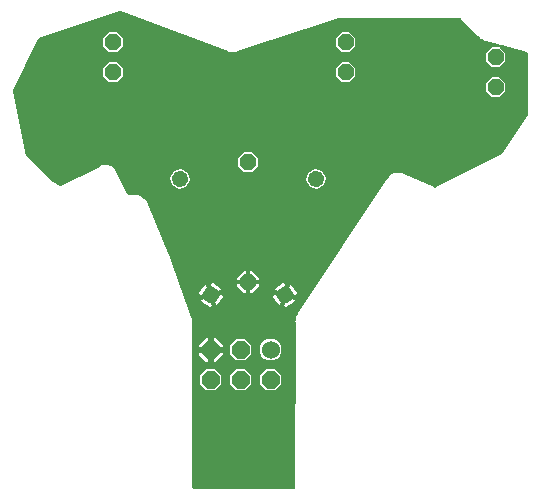
<source format=gbr>
G04 EAGLE Gerber RS-274X export*
G75*
%MOMM*%
%FSLAX34Y34*%
%LPD*%
%INTop Copper*%
%IPPOS*%
%AMOC8*
5,1,8,0,0,1.08239X$1,22.5*%
G01*
%ADD10P,1.429621X8X112.500000*%
%ADD11P,1.429621X8X97.500000*%
%ADD12P,1.429621X8X127.500000*%
%ADD13P,1.429621X8X292.500000*%
%ADD14C,1.524000*%
%ADD15P,1.649562X8X202.500000*%

G36*
X248252Y8894D02*
X248252Y8894D01*
X248278Y8892D01*
X248426Y8914D01*
X248574Y8931D01*
X248597Y8939D01*
X248622Y8943D01*
X248761Y8998D01*
X248902Y9048D01*
X248923Y9062D01*
X248946Y9071D01*
X249069Y9156D01*
X249194Y9237D01*
X249212Y9255D01*
X249233Y9270D01*
X249333Y9380D01*
X249437Y9488D01*
X249450Y9509D01*
X249467Y9528D01*
X249539Y9659D01*
X249616Y9787D01*
X249623Y9811D01*
X249635Y9833D01*
X249676Y9977D01*
X249722Y10119D01*
X249724Y10144D01*
X249731Y10168D01*
X249751Y10412D01*
X249934Y149958D01*
X249930Y149989D01*
X249933Y150021D01*
X249903Y150264D01*
X249736Y151082D01*
X249909Y151971D01*
X249911Y151994D01*
X249917Y152016D01*
X249937Y152259D01*
X249938Y153164D01*
X250259Y153936D01*
X250267Y153966D01*
X250282Y153995D01*
X250347Y154230D01*
X250507Y155050D01*
X251006Y155805D01*
X251016Y155826D01*
X251030Y155843D01*
X251100Y155979D01*
X251124Y156019D01*
X251130Y156036D01*
X251142Y156061D01*
X251490Y156897D01*
X252081Y157487D01*
X252101Y157512D01*
X252125Y157532D01*
X252276Y157725D01*
X327536Y271491D01*
X327538Y271495D01*
X327541Y271498D01*
X327658Y271713D01*
X328081Y272667D01*
X328586Y273148D01*
X328618Y273186D01*
X328656Y273218D01*
X328807Y273411D01*
X329191Y273992D01*
X330056Y274575D01*
X330059Y274578D01*
X330064Y274581D01*
X330254Y274734D01*
X331010Y275454D01*
X331660Y275704D01*
X331704Y275727D01*
X331751Y275743D01*
X331964Y275863D01*
X332541Y276253D01*
X333564Y276461D01*
X333568Y276463D01*
X333573Y276463D01*
X333808Y276532D01*
X334781Y276908D01*
X335478Y276890D01*
X335527Y276895D01*
X335577Y276891D01*
X335820Y276921D01*
X336502Y277060D01*
X337527Y276861D01*
X337531Y276860D01*
X337536Y276859D01*
X337779Y276833D01*
X338822Y276808D01*
X339459Y276525D01*
X339507Y276510D01*
X339551Y276488D01*
X339786Y276422D01*
X340470Y276289D01*
X341341Y275714D01*
X341345Y275712D01*
X341348Y275708D01*
X341563Y275592D01*
X367130Y264252D01*
X367154Y264244D01*
X367176Y264232D01*
X367320Y264192D01*
X367463Y264148D01*
X367488Y264146D01*
X367512Y264139D01*
X367661Y264133D01*
X367810Y264122D01*
X367835Y264126D01*
X367860Y264125D01*
X368007Y264153D01*
X368155Y264176D01*
X368178Y264185D01*
X368202Y264190D01*
X368429Y264282D01*
X424227Y292180D01*
X424309Y292234D01*
X424396Y292279D01*
X424455Y292329D01*
X424519Y292371D01*
X424587Y292442D01*
X424661Y292506D01*
X424726Y292587D01*
X424759Y292623D01*
X424777Y292652D01*
X424813Y292698D01*
X446529Y325273D01*
X446598Y325406D01*
X446671Y325538D01*
X446677Y325561D01*
X446688Y325583D01*
X446725Y325729D01*
X446766Y325874D01*
X446768Y325903D01*
X446773Y325921D01*
X446773Y325968D01*
X446785Y326118D01*
X446785Y377267D01*
X446767Y377429D01*
X446750Y377591D01*
X446747Y377602D01*
X446745Y377613D01*
X446690Y377766D01*
X446638Y377921D01*
X446632Y377930D01*
X446628Y377941D01*
X446540Y378078D01*
X446453Y378216D01*
X446445Y378224D01*
X446439Y378234D01*
X446322Y378347D01*
X446206Y378462D01*
X446196Y378468D01*
X446188Y378476D01*
X446048Y378560D01*
X445910Y378646D01*
X445897Y378650D01*
X445889Y378655D01*
X445858Y378665D01*
X445680Y378731D01*
X424500Y384783D01*
X424364Y384805D01*
X424230Y384834D01*
X424193Y384834D01*
X424156Y384840D01*
X424019Y384831D01*
X423881Y384828D01*
X423846Y384819D01*
X423808Y384817D01*
X423677Y384777D01*
X423543Y384743D01*
X423510Y384726D01*
X423475Y384716D01*
X423356Y384647D01*
X423234Y384584D01*
X423205Y384560D01*
X423173Y384541D01*
X423073Y384447D01*
X422968Y384358D01*
X422946Y384328D01*
X422919Y384303D01*
X422843Y384188D01*
X422761Y384078D01*
X422746Y384044D01*
X422726Y384013D01*
X422678Y383884D01*
X422623Y383758D01*
X422617Y383721D01*
X422604Y383686D01*
X422586Y383550D01*
X422561Y383415D01*
X422563Y383378D01*
X422559Y383341D01*
X422572Y383204D01*
X422579Y383066D01*
X422590Y383031D01*
X422593Y382994D01*
X422638Y382864D01*
X422676Y382732D01*
X422694Y382699D01*
X422706Y382664D01*
X422779Y382548D01*
X422846Y382427D01*
X422876Y382393D01*
X422891Y382369D01*
X422926Y382333D01*
X423005Y382241D01*
X427229Y378017D01*
X427229Y371283D01*
X422467Y366521D01*
X415733Y366521D01*
X410971Y371283D01*
X410971Y378017D01*
X415733Y382779D01*
X420639Y382779D01*
X420775Y382794D01*
X420912Y382803D01*
X420948Y382814D01*
X420985Y382819D01*
X421114Y382865D01*
X421245Y382905D01*
X421278Y382923D01*
X421313Y382936D01*
X421428Y383010D01*
X421547Y383079D01*
X421574Y383105D01*
X421606Y383125D01*
X421701Y383224D01*
X421801Y383318D01*
X421822Y383349D01*
X421848Y383376D01*
X421919Y383494D01*
X421995Y383608D01*
X422008Y383643D01*
X422027Y383675D01*
X422069Y383805D01*
X422117Y383934D01*
X422122Y383971D01*
X422133Y384007D01*
X422144Y384143D01*
X422162Y384280D01*
X422158Y384317D01*
X422161Y384354D01*
X422141Y384490D01*
X422127Y384626D01*
X422115Y384662D01*
X422109Y384699D01*
X422059Y384826D01*
X422014Y384956D01*
X421995Y384988D01*
X421981Y385023D01*
X421903Y385135D01*
X421830Y385252D01*
X421803Y385278D01*
X421782Y385309D01*
X421680Y385401D01*
X421583Y385498D01*
X421551Y385517D01*
X421523Y385542D01*
X421403Y385609D01*
X421286Y385681D01*
X421243Y385697D01*
X421218Y385711D01*
X421170Y385724D01*
X421057Y385767D01*
X411278Y388561D01*
X411190Y388575D01*
X411103Y388600D01*
X410983Y388609D01*
X410934Y388617D01*
X410906Y388616D01*
X410860Y388619D01*
X410475Y388619D01*
X409226Y389137D01*
X409178Y389150D01*
X409061Y389194D01*
X407761Y389565D01*
X407460Y389805D01*
X407384Y389852D01*
X407314Y389908D01*
X407207Y389962D01*
X407164Y389989D01*
X407137Y389998D01*
X407096Y390019D01*
X406740Y390166D01*
X405784Y391122D01*
X405745Y391153D01*
X405654Y391238D01*
X404595Y392079D01*
X404409Y392415D01*
X404356Y392488D01*
X404313Y392566D01*
X404235Y392657D01*
X404206Y392698D01*
X404184Y392717D01*
X404154Y392752D01*
X389683Y407223D01*
X389584Y407302D01*
X389491Y407386D01*
X389448Y407410D01*
X389410Y407440D01*
X389296Y407494D01*
X389186Y407555D01*
X389139Y407568D01*
X389095Y407589D01*
X388972Y407615D01*
X388850Y407650D01*
X388789Y407655D01*
X388755Y407662D01*
X388707Y407661D01*
X388606Y407669D01*
X287335Y407669D01*
X287221Y407656D01*
X287105Y407652D01*
X287031Y407634D01*
X286989Y407629D01*
X286948Y407615D01*
X286867Y407596D01*
X200389Y379677D01*
X200343Y379657D01*
X200218Y379610D01*
X199023Y379058D01*
X198602Y379042D01*
X198518Y379028D01*
X198433Y379025D01*
X198346Y379005D01*
X198310Y379001D01*
X198287Y378992D01*
X198258Y378988D01*
X198234Y378978D01*
X198195Y378969D01*
X197794Y378840D01*
X196483Y378945D01*
X196433Y378944D01*
X196299Y378949D01*
X194984Y378896D01*
X194589Y379042D01*
X194506Y379062D01*
X194426Y379092D01*
X194298Y379112D01*
X194250Y379124D01*
X194225Y379124D01*
X194185Y379131D01*
X193765Y379165D01*
X192594Y379764D01*
X192547Y379782D01*
X192426Y379838D01*
X101681Y413230D01*
X101640Y413240D01*
X101602Y413257D01*
X101471Y413281D01*
X101342Y413312D01*
X101300Y413312D01*
X101259Y413320D01*
X101126Y413314D01*
X100994Y413315D01*
X100953Y413306D01*
X100911Y413304D01*
X100673Y413245D01*
X32950Y390671D01*
X32836Y390618D01*
X32718Y390572D01*
X32678Y390544D01*
X32635Y390524D01*
X32535Y390446D01*
X32431Y390374D01*
X32398Y390338D01*
X32360Y390309D01*
X32281Y390210D01*
X32196Y390117D01*
X32165Y390065D01*
X32142Y390037D01*
X32122Y389993D01*
X32070Y389907D01*
X10650Y347067D01*
X10637Y347032D01*
X10618Y346999D01*
X10577Y346869D01*
X10531Y346740D01*
X10526Y346702D01*
X10515Y346666D01*
X10505Y346530D01*
X10489Y346394D01*
X10493Y346356D01*
X10490Y346318D01*
X10521Y346076D01*
X21937Y291235D01*
X21982Y291098D01*
X22022Y290959D01*
X22037Y290933D01*
X22046Y290904D01*
X22122Y290781D01*
X22192Y290655D01*
X22216Y290627D01*
X22228Y290607D01*
X22263Y290572D01*
X22351Y290469D01*
X43944Y268875D01*
X44040Y268799D01*
X44131Y268717D01*
X44187Y268682D01*
X44217Y268659D01*
X44259Y268639D01*
X44340Y268590D01*
X50119Y265701D01*
X50175Y265680D01*
X50228Y265651D01*
X50338Y265621D01*
X50446Y265581D01*
X50506Y265574D01*
X50564Y265558D01*
X50678Y265554D01*
X50792Y265540D01*
X50852Y265546D01*
X50912Y265544D01*
X51025Y265565D01*
X51139Y265578D01*
X51195Y265598D01*
X51254Y265609D01*
X51443Y265685D01*
X51467Y265694D01*
X51473Y265697D01*
X51481Y265701D01*
X82277Y281099D01*
X86164Y283042D01*
X90196Y283328D01*
X94031Y282050D01*
X97084Y279402D01*
X107459Y258653D01*
X107471Y258634D01*
X107479Y258613D01*
X107566Y258489D01*
X107649Y258361D01*
X107665Y258345D01*
X107678Y258327D01*
X107791Y258225D01*
X107901Y258120D01*
X107920Y258109D01*
X107937Y258094D01*
X108070Y258020D01*
X108201Y257943D01*
X108222Y257936D01*
X108242Y257925D01*
X108389Y257884D01*
X108533Y257838D01*
X108556Y257836D01*
X108577Y257830D01*
X108821Y257811D01*
X114229Y257811D01*
X114237Y257812D01*
X114248Y257811D01*
X116261Y257835D01*
X118122Y257065D01*
X118129Y257063D01*
X118139Y257058D01*
X120010Y256309D01*
X121434Y254885D01*
X121440Y254881D01*
X121447Y254872D01*
X122889Y253465D01*
X123660Y251604D01*
X123664Y251597D01*
X123667Y251587D01*
X141913Y209014D01*
X141978Y208900D01*
X142037Y208781D01*
X142070Y208739D01*
X142086Y208712D01*
X142120Y208675D01*
X142187Y208588D01*
X142221Y208551D01*
X142791Y206971D01*
X142806Y206941D01*
X142824Y206888D01*
X143485Y205345D01*
X143486Y205295D01*
X143503Y205164D01*
X143512Y205032D01*
X143526Y204981D01*
X143530Y204949D01*
X143547Y204903D01*
X143576Y204796D01*
X161611Y154834D01*
X161623Y154810D01*
X161637Y154769D01*
X162310Y153142D01*
X162323Y153034D01*
X162333Y152893D01*
X162344Y152854D01*
X162347Y152828D01*
X162363Y152781D01*
X162390Y152685D01*
X162308Y150930D01*
X162310Y150903D01*
X162307Y150860D01*
X162307Y10414D01*
X162310Y10388D01*
X162308Y10362D01*
X162330Y10215D01*
X162347Y10068D01*
X162355Y10043D01*
X162359Y10017D01*
X162414Y9879D01*
X162464Y9740D01*
X162478Y9718D01*
X162488Y9693D01*
X162573Y9572D01*
X162653Y9447D01*
X162672Y9429D01*
X162687Y9407D01*
X162797Y9308D01*
X162904Y9205D01*
X162926Y9191D01*
X162946Y9174D01*
X163076Y9102D01*
X163203Y9026D01*
X163228Y9018D01*
X163251Y9005D01*
X163394Y8965D01*
X163535Y8920D01*
X163561Y8918D01*
X163586Y8910D01*
X163830Y8891D01*
X248227Y8891D01*
X248252Y8894D01*
G37*
%LPC*%
G36*
X199412Y117855D02*
X199412Y117855D01*
X194055Y123212D01*
X194055Y130788D01*
X199412Y136145D01*
X206988Y136145D01*
X212345Y130788D01*
X212345Y123212D01*
X206988Y117855D01*
X199412Y117855D01*
G37*
%LPD*%
%LPC*%
G36*
X224812Y92455D02*
X224812Y92455D01*
X219455Y97812D01*
X219455Y105388D01*
X224812Y110745D01*
X232388Y110745D01*
X237745Y105388D01*
X237745Y97812D01*
X232388Y92455D01*
X224812Y92455D01*
G37*
%LPD*%
%LPC*%
G36*
X199412Y92455D02*
X199412Y92455D01*
X194055Y97812D01*
X194055Y105388D01*
X199412Y110745D01*
X206988Y110745D01*
X212345Y105388D01*
X212345Y97812D01*
X206988Y92455D01*
X199412Y92455D01*
G37*
%LPD*%
%LPC*%
G36*
X174012Y92455D02*
X174012Y92455D01*
X168655Y97812D01*
X168655Y105388D01*
X174012Y110745D01*
X181588Y110745D01*
X186945Y105388D01*
X186945Y97812D01*
X181588Y92455D01*
X174012Y92455D01*
G37*
%LPD*%
%LPC*%
G36*
X226781Y117855D02*
X226781Y117855D01*
X223420Y119248D01*
X220848Y121820D01*
X219455Y125181D01*
X219455Y128819D01*
X220848Y132180D01*
X223420Y134752D01*
X226781Y136145D01*
X230419Y136145D01*
X233780Y134752D01*
X236352Y132180D01*
X237745Y128819D01*
X237745Y125181D01*
X236352Y121820D01*
X233780Y119248D01*
X230419Y117855D01*
X226781Y117855D01*
G37*
%LPD*%
%LPC*%
G36*
X288733Y379221D02*
X288733Y379221D01*
X283971Y383983D01*
X283971Y390717D01*
X288733Y395479D01*
X295467Y395479D01*
X300229Y390717D01*
X300229Y383983D01*
X295467Y379221D01*
X288733Y379221D01*
G37*
%LPD*%
%LPC*%
G36*
X91883Y379221D02*
X91883Y379221D01*
X87121Y383983D01*
X87121Y390717D01*
X91883Y395479D01*
X98617Y395479D01*
X103379Y390717D01*
X103379Y383983D01*
X98617Y379221D01*
X91883Y379221D01*
G37*
%LPD*%
%LPC*%
G36*
X288733Y353821D02*
X288733Y353821D01*
X283971Y358583D01*
X283971Y365317D01*
X288733Y370079D01*
X295467Y370079D01*
X300229Y365317D01*
X300229Y358583D01*
X295467Y353821D01*
X288733Y353821D01*
G37*
%LPD*%
%LPC*%
G36*
X91883Y353821D02*
X91883Y353821D01*
X87121Y358583D01*
X87121Y365317D01*
X91883Y370079D01*
X98617Y370079D01*
X103379Y365317D01*
X103379Y358583D01*
X98617Y353821D01*
X91883Y353821D01*
G37*
%LPD*%
%LPC*%
G36*
X415733Y341121D02*
X415733Y341121D01*
X410971Y345883D01*
X410971Y352617D01*
X415733Y357379D01*
X422467Y357379D01*
X427229Y352617D01*
X427229Y345883D01*
X422467Y341121D01*
X415733Y341121D01*
G37*
%LPD*%
%LPC*%
G36*
X206183Y277621D02*
X206183Y277621D01*
X201421Y282383D01*
X201421Y289117D01*
X206183Y293879D01*
X212917Y293879D01*
X217679Y289117D01*
X217679Y282383D01*
X212917Y277621D01*
X206183Y277621D01*
G37*
%LPD*%
%LPC*%
G36*
X144972Y265963D02*
X144972Y265963D01*
X143229Y272467D01*
X146596Y278299D01*
X153100Y280042D01*
X158932Y276675D01*
X160675Y270171D01*
X157308Y264339D01*
X150804Y262596D01*
X144972Y265963D01*
G37*
%LPD*%
%LPC*%
G36*
X261792Y264339D02*
X261792Y264339D01*
X258425Y270171D01*
X260168Y276675D01*
X266000Y280042D01*
X272504Y278299D01*
X275871Y272467D01*
X274128Y265963D01*
X268296Y262596D01*
X261792Y264339D01*
G37*
%LPD*%
%LPC*%
G36*
X180339Y129539D02*
X180339Y129539D01*
X180339Y137161D01*
X182009Y137161D01*
X187961Y131209D01*
X187961Y129539D01*
X180339Y129539D01*
G37*
%LPD*%
%LPC*%
G36*
X167639Y129539D02*
X167639Y129539D01*
X167639Y131209D01*
X173591Y137161D01*
X175261Y137161D01*
X175261Y129539D01*
X167639Y129539D01*
G37*
%LPD*%
%LPC*%
G36*
X180339Y116839D02*
X180339Y116839D01*
X180339Y124461D01*
X187961Y124461D01*
X187961Y122791D01*
X182009Y116839D01*
X180339Y116839D01*
G37*
%LPD*%
%LPC*%
G36*
X173591Y116839D02*
X173591Y116839D01*
X167639Y122791D01*
X167639Y124461D01*
X175261Y124461D01*
X175261Y116839D01*
X173591Y116839D01*
G37*
%LPD*%
%LPC*%
G36*
X211581Y186181D02*
X211581Y186181D01*
X211581Y193295D01*
X213338Y193295D01*
X218695Y187938D01*
X218695Y186181D01*
X211581Y186181D01*
G37*
%LPD*%
%LPC*%
G36*
X243340Y174617D02*
X243340Y174617D01*
X245181Y181488D01*
X246878Y181034D01*
X250665Y174473D01*
X250211Y172776D01*
X243340Y174617D01*
G37*
%LPD*%
%LPC*%
G36*
X177843Y182540D02*
X177843Y182540D01*
X179540Y182994D01*
X186101Y179207D01*
X186130Y179098D01*
X186555Y177510D01*
X179684Y175669D01*
X177843Y182540D01*
G37*
%LPD*%
%LPC*%
G36*
X211581Y182119D02*
X211581Y182119D01*
X218695Y182119D01*
X218695Y180362D01*
X213338Y175005D01*
X211581Y175005D01*
X211581Y182119D01*
G37*
%LPD*%
%LPC*%
G36*
X200405Y186181D02*
X200405Y186181D01*
X200405Y187938D01*
X205762Y193295D01*
X207519Y193295D01*
X207519Y186181D01*
X200405Y186181D01*
G37*
%LPD*%
%LPC*%
G36*
X232545Y177510D02*
X232545Y177510D01*
X232999Y179207D01*
X239560Y182994D01*
X241257Y182540D01*
X239416Y175669D01*
X232545Y177510D01*
G37*
%LPD*%
%LPC*%
G36*
X180736Y171745D02*
X180736Y171745D01*
X187607Y173586D01*
X188062Y171889D01*
X184274Y165328D01*
X182577Y164874D01*
X180736Y171745D01*
G37*
%LPD*%
%LPC*%
G36*
X168435Y174473D02*
X168435Y174473D01*
X172222Y181034D01*
X173919Y181488D01*
X175760Y174617D01*
X168889Y172776D01*
X168435Y174473D01*
G37*
%LPD*%
%LPC*%
G36*
X205762Y175005D02*
X205762Y175005D01*
X200405Y180362D01*
X200405Y182119D01*
X207519Y182119D01*
X207519Y175005D01*
X205762Y175005D01*
G37*
%LPD*%
%LPC*%
G36*
X240447Y163822D02*
X240447Y163822D01*
X242288Y170693D01*
X249159Y168852D01*
X248705Y167155D01*
X242144Y163367D01*
X240447Y163822D01*
G37*
%LPD*%
%LPC*%
G36*
X234826Y165328D02*
X234826Y165328D01*
X231039Y171889D01*
X231493Y173586D01*
X238364Y171745D01*
X236523Y164874D01*
X234826Y165328D01*
G37*
%LPD*%
%LPC*%
G36*
X170395Y167155D02*
X170395Y167155D01*
X169941Y168852D01*
X176812Y170693D01*
X178653Y163822D01*
X176956Y163367D01*
X170395Y167155D01*
G37*
%LPD*%
D10*
X209550Y184150D03*
X209550Y285750D03*
D11*
X240852Y173181D03*
X267148Y271319D03*
D12*
X178248Y173181D03*
X151952Y271319D03*
D13*
X292100Y387350D03*
X292100Y361950D03*
X419100Y374650D03*
X419100Y349250D03*
X95250Y387350D03*
X95250Y361950D03*
D14*
X228600Y127000D03*
D15*
X203200Y127000D03*
X177800Y127000D03*
X228600Y101600D03*
X203200Y101600D03*
X177800Y101600D03*
M02*

</source>
